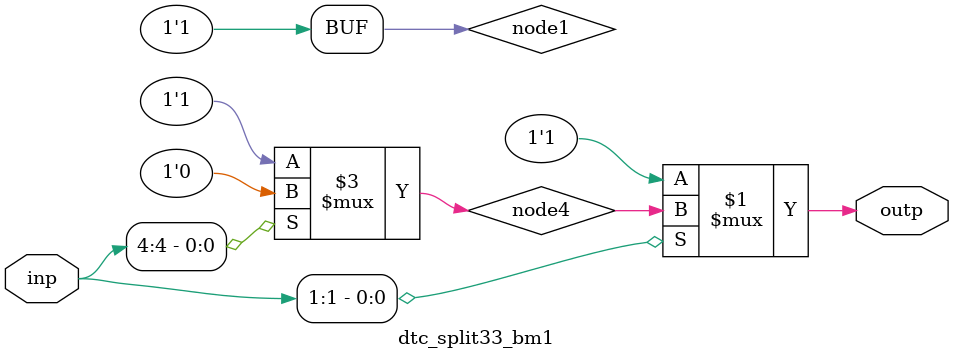
<source format=v>
module dtc_split33_bm1 (
	input  wire [6-1:0] inp,
	output wire [1-1:0] outp
);

	wire [1-1:0] node1;
	wire [1-1:0] node4;

	assign outp = (inp[1]) ? node4 : node1;
		assign node1 = (inp[5]) ? 1'b1 : 1'b1;
		assign node4 = (inp[4]) ? 1'b0 : 1'b1;

endmodule
</source>
